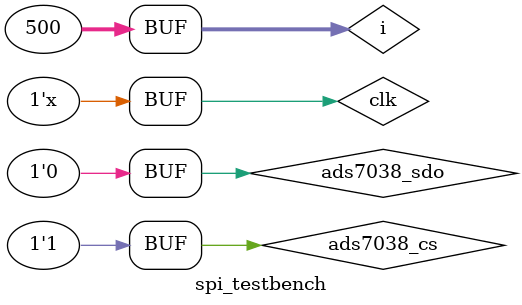
<source format=v>
`timescale 1ns / 1ps


module spi_testbench;
    
    // Inputs
    reg clk;
    reg ads7038_cs;
    reg ads7038_sclk;
    reg ads7038_sdo = 0;
    
    // Outputs
    wire ads7038_sdi;
    
    
    // Unit under test (UUT)
    top uut
    (
        .clk(clk),
        .ads7038_cs(ads7038_cs),
        .ads7038_sclk(ads7038_sclk),
        .ads7038_sdo(ads7038_sdo),
        .ads7038_sdi(ads7038_sdi)
    );
    
    
    // Clock generation
    always #1 clk <= ~clk;
    
    always #4 if(!ads7038_cs) ads7038_sclk <= ~ads7038_sclk; else ads7038_sclk <= 0;
    
    
    // Chip Select Simulation
    integer i;
    initial
    begin
        for( i = 30; i < 500; i = i + 1 )
        begin
            if( i < 32 )
            begin
                #(i) ads7038_cs <= ~ads7038_cs;
                #(i+158) ads7038_cs <= ~ads7038_cs;
            end
            else
            begin
                #(i) ads7038_cs <= ~ads7038_cs;
                #(i+60) ads7038_cs <= ~ads7038_cs;
            end
        end
    end
    
    
    
    initial
    begin
        clk <= 0;
        ads7038_cs <= 1;
        ads7038_sclk <= 0;
    end
    
endmodule

</source>
